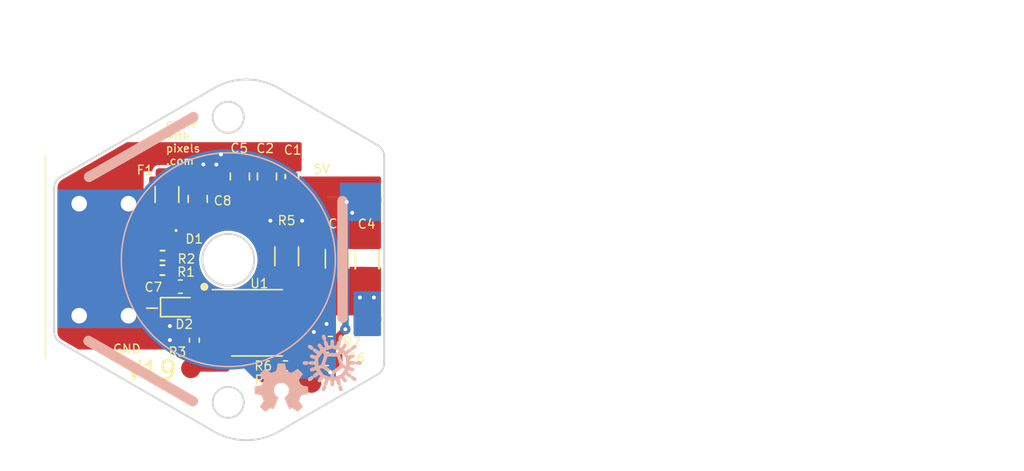
<source format=kicad_pcb>
(kicad_pcb (version 20211014) (generator pcbnew)
  (layers (0 "F.Cu" signal) (31 "B.Cu" signal) (34 "B.Paste" user) (35 "F.Paste" user) (36 "B.SilkS" user "B.Silkscreen") (37 "F.SilkS" user "F.Silkscreen") (38 "B.Mask" user) (39 "F.Mask" user) (44 "Edge.Cuts" user))
  (net 0 "")
  (net 1 "GND")
  (net 2 "VBUS")
  (net 3 "Net-(J8-PadA5)")
  (net 4 "Net-(J8-PadB5)")
  (net 5 "Net-(C3-Pad1)")
  (net 6 "+5V")
  (net 7 "Net-(C6-Pad2)")
  (net 8 "Net-(D2-Pad2)")
  (net 9 "Net-(R3-Pad1)")
  (net 10 "Net-(R3-Pad2)")
  (net 11 "GNDPWR")
  (footprint "Pixels-dice:USB-C-SMD_10P-P1.00-L6.8-W8.9_V1.1" (layer "F.Cu") (at 142.35 101.02 180)
    (fp_text reference "J8" hide)
    (fp_text value "USB_C_Receptacle_USB2.0")
    (pad "A5" smd rect locked (at -0.3 0 270) (size 0.7 1.6) (layers "F.Cu" "F.Paste" "F.Mask") (net 3 "Net-(J8-PadA5)"))
    (pad "A9" smd rect locked (at -0.3 -2.02 270) (size 0.8 1.6) (layers "F.Cu" "F.Paste" "F.Mask") (net 2 "VBUS"))
    (pad "A12" smd rect locked (at -0.3 -3.25 270) (size 0.9 1.6) (layers "F.Cu" "F.Paste" "F.Mask") (net 1 "GND"))
    (pad "B5" smd rect locked (at -0.3 -1 270) (size 0.7 1.6) (layers "F.Cu" "F.Paste" "F.Mask") (net 4 "Net-(J8-PadB5)"))
    (pad "B9" smd rect locked (at -0.3 1.02 270) (size 0.8 1.6) (layers "F.Cu" "F.Paste" "F.Mask") (net 2 "VBUS"))
    (pad "B12" smd rect locked (at -0.3 2.25 270) (size 0.9 1.6) (layers "F.Cu" "F.Paste" "F.Mask") (net 1 "GND"))
    (pad "S1" thru_hole circle locked (at 3.95 -4.82 180) (size 1.7 1.7) (drill 1.2) (layers *.Cu *.Mask) (net 1 "GND"))
    (pad "S1" thru_hole circle locked (at 3.95 3.82 180) (size 1.7 1.7) (drill 1.2) (layers *.Cu *.Mask) (net 1 "GND"))
    (pad "S1" thru_hole circle locked (at 0.15 3.82 180) (size 1.7 1.7) (drill 1.2) (layers *.Cu *.Mask) (net 1 "GND"))
    (pad "S1" thru_hole circle locked (at 0.15 -4.82 180) (size 1.7 1.7) (drill 1.2) (layers *.Cu *.Mask) (net 1 "GND"))
  )
  (footprint "Resistor_SMD:R_0402_1005Metric" (layer "F.Cu") (at 144.83 101.2 180)
    (fp_text reference "R2" (at -1.84 -0.26 unlocked) (layer "F.SilkS") (effects (font (size 0.7 0.7) (thickness 0.1))))
    (fp_text value "5.1k 1%")
    (pad "1" smd roundrect locked (at -0.51 0 180) (size 0.54 0.64) (layers "F.Cu" "F.Paste" "F.Mask") (net 1 "GND"))
    (pad "2" smd roundrect locked (at 0.51 0 180) (size 0.54 0.64) (layers "F.Cu" "F.Paste" "F.Mask") (net 3 "Net-(J8-PadA5)"))
  )
  (footprint "Capacitor_SMD:C_1206_3216Metric" (layer "F.Cu") (at 160.6 101.5 90)
    (fp_text reference "C4" (at 2.73 -0.04 180) (layer "F.SilkS") (effects (font (size 0.7 0.7) (thickness 0.1))))
    (fp_text value "56nF 50V C0G")
    (pad "1" smd roundrect (at -1.475 0 90) (size 1.15 1.8) (layers "F.Cu" "F.Paste" "F.Mask") (roundrect_rratio 0.2173913043) (net 5 "Net-(C3-Pad1)"))
    (pad "2" smd roundrect (at 1.475 0 90) (size 1.15 1.8) (layers "F.Cu" "F.Paste" "F.Mask") (roundrect_rratio 0.2173913043) (net 6 "+5V"))
  )
  (footprint "Capacitor_SMD:C_0603_1608Metric" (layer "F.Cu") (at 154.8 95.1 90)
    (fp_text reference "C1" (at 2.04 0.06 unlocked) (layer "F.SilkS") (effects (font (size 0.7 0.7) (thickness 0.1))))
    (fp_text value "0.1uF 16V 10% X7R")
    (pad "1" smd roundrect (at -0.775 0 90) (size 0.9 0.95) (layers "F.Cu" "F.Paste" "F.Mask") (net 6 "+5V"))
    (pad "2" smd roundrect (at 0.775 0 90) (size 0.9 0.95) (layers "F.Cu" "F.Paste" "F.Mask") (net 1 "GND"))
  )
  (footprint "Capacitor_SMD:C_0805_2012Metric" (layer "F.Cu") (at 152.88 95.1 90)
    (fp_text reference "C2" (at 2.17 -0.14) (layer "F.SilkS") (effects (font (size 0.7 0.7) (thickness 0.1))))
    (fp_text value "22uF 25V 20% X5R")
    (pad "1" smd roundrect (at -0.95 0 90) (size 1 1.45) (layers "F.Cu" "F.Paste" "F.Mask") (net 6 "+5V"))
    (pad "2" smd roundrect (at 0.95 0 90) (size 1 1.45) (layers "F.Cu" "F.Paste" "F.Mask") (net 1 "GND"))
  )
  (footprint "Resistor_SMD:R_0402_1005Metric" (layer "F.Cu") (at 154.3 110.71 180)
    (fp_text reference "R4" (at 1.69 -0.1) (layer "F.SilkS") (effects (font (size 0.7 0.7) (thickness 0.1))))
    (fp_text value "1M 1%")
    (pad "1" smd roundrect (at -0.51 0 180) (size 0.54 0.64) (layers "F.Cu" "F.Paste" "F.Mask") (net 7 "Net-(C6-Pad2)"))
    (pad "2" smd roundrect (at 0.51 0 180) (size 0.54 0.64) (layers "F.Cu" "F.Paste" "F.Mask") (net 8 "Net-(D2-Pad2)"))
  )
  (footprint "Resistor_SMD:R_1206_3216Metric" (layer "F.Cu") (at 154.4 101.26 -90)
    (fp_text reference "R5" (at -2.76 0.01 180) (layer "F.SilkS") (effects (font (size 0.7 0.7) (thickness 0.1))))
    (fp_text value "0.3R")
    (pad "1" smd roundrect (at -1.4625 0 270) (size 1.125 1.75) (layers "F.Cu" "F.Paste" "F.Mask") (roundrect_rratio 0.2222222222) (net 1 "GND"))
    (pad "2" smd roundrect (at 1.4625 0 270) (size 1.125 1.75) (layers "F.Cu" "F.Paste" "F.Mask") (roundrect_rratio 0.2222222222) (net 11 "GNDPWR"))
  )
  (footprint "Resistor_SMD:R_0402_1005Metric" (layer "F.Cu") (at 144.82 102.33 180)
    (fp_text reference "R1" (at -1.82 -0.14 unlocked) (layer "F.SilkS") (effects (font (size 0.7 0.7) (thickness 0.1))))
    (fp_text value "5.1k 1%")
    (pad "1" smd roundrect locked (at -0.51 0 180) (size 0.54 0.64) (layers "F.Cu" "F.Paste" "F.Mask") (net 1 "GND"))
    (pad "2" smd roundrect locked (at 0.51 0 180) (size 0.54 0.64) (layers "F.Cu" "F.Paste" "F.Mask") (net 4 "Net-(J8-PadB5)"))
  )
  (footprint "Resistor_SMD:R_0402_1005Metric" (layer "F.Cu") (at 147.28 107.73 90)
    (fp_text reference "R3" (at -0.91 -1.31 180) (layer "F.SilkS") (effects (font (size 0.7 0.7) (thickness 0.1))))
    (fp_text value "200K 1%")
    (pad "1" smd roundrect (at -0.51 0 90) (size 0.54 0.64) (layers "F.Cu" "F.Paste" "F.Mask") (net 9 "Net-(R3-Pad1)"))
    (pad "2" smd roundrect (at 0.51 0 90) (size 0.54 0.64) (layers "F.Cu" "F.Paste" "F.Mask") (net 10 "Net-(R3-Pad2)"))
  )
  (footprint "Pixels-dice:TEST_PIN1.5MM" (layer "F.Cu") (at 144.55 99.66)
    (fp_text reference "W2" hide)
    (fp_text value "VBUS" hide)
    (pad "1" smd circle (at 0 0) (size 1.5 1.5) (layers "F.Cu" "F.Paste" "F.Mask") (net 2 "VBUS"))
  )
  (footprint "Pixels-dice:DFN" (layer "F.Cu") (at 145.87 99.97 -90)
    (fp_text reference "D1" (at -0.05 -1.4 180) (layer "F.SilkS") (effects (font (size 0.7 0.7) (thickness 0.1))))
    (fp_text value "D_TVS")
    (pad "1" smd rect (at -0.325 0 270) (size 0.35 0.6) (layers "F.Cu" "F.Paste" "F.Mask") (net 2 "VBUS"))
    (pad "2" smd rect (at 0.325 0 270) (size 0.35 0.6) (layers "F.Cu" "F.Paste" "F.Mask") (net 1 "GND"))
  )
  (footprint "Pixels-dice:TEST_PIN1.5MM" (layer "F.Cu") (at 157.11 104.46)
    (fp_text reference "W6" hide)
    (fp_text value "OUT" hide)
    (pad "1" smd circle (at 0 0) (size 1.5 1.5) (layers "F.Cu" "F.Paste" "F.Mask") (net 5 "Net-(C3-Pad1)"))
  )
  (footprint "Pixels-dice:SOIC-8_3.9x4.9mm_P1.27mm" (layer "F.Cu") (at 152.11 106.39 -90)
    (fp_text reference "U1" (at -3.03 -0.18) (layer "F.SilkS") (effects (font (size 0.7 0.7) (thickness 0.1))))
    (fp_text value "XKT520")
    (pad "1" smd roundrect (at -1.905 2.475) (size 1.95 0.6) (layers "F.Cu" "F.Paste" "F.Mask") (net 6 "+5V"))
    (pad "2" smd roundrect (at -0.635 2.475) (size 1.95 0.6) (layers "F.Cu" "F.Paste" "F.Mask") (net 8 "Net-(D2-Pad2)"))
    (pad "3" smd roundrect (at 0.635 2.475) (size 1.95 0.6) (layers "F.Cu" "F.Paste" "F.Mask") (net 10 "Net-(R3-Pad2)"))
    (pad "4" smd roundrect (at 1.905 2.475) (size 1.95 0.6) (layers "F.Cu" "F.Paste" "F.Mask") (net 9 "Net-(R3-Pad1)"))
    (pad "5" smd roundrect (at 1.905 -2.475) (size 1.95 0.6) (layers "F.Cu" "F.Paste" "F.Mask") (net 7 "Net-(C6-Pad2)"))
    (pad "6" smd roundrect (at 0.635 -2.475) (size 1.95 0.6) (layers "F.Cu" "F.Paste" "F.Mask") (net 1 "GND"))
    (pad "7" smd roundrect (at -0.635 -2.475) (size 1.95 0.6) (layers "F.Cu" "F.Paste" "F.Mask") (net 5 "Net-(C3-Pad1)"))
    (pad "8" smd roundrect (at -1.905 -2.475) (size 1.95 0.6) (layers "F.Cu" "F.Paste" "F.Mask") (net 11 "GNDPWR"))
  )
  (footprint "LED_SMD:LED_0603_1608Metric" (layer "F.Cu") (at 146.16 105.18)
    (fp_text reference "D2" (at 0.34 1.32) (layer "F.SilkS") (effects (font (size 0.7 0.7) (thickness 0.1))))
    (fp_text value "LED")
    (pad "1" smd roundrect (at -0.7875 0) (size 0.875 0.95) (layers "F.Cu" "F.Paste" "F.Mask") (net 1 "GND"))
    (pad "2" smd roundrect (at 0.7875 0) (size 0.875 0.95) (layers "F.Cu" "F.Paste" "F.Mask") (net 8 "Net-(D2-Pad2)"))
  )
  (footprint "Pixels-dice:TEST_PIN1.5MM" (layer "F.Cu") (at 151.62 98.11)
    (fp_text reference "W7" hide)
    (fp_text value "PVSS" hide)
    (pad "1" smd circle (at 0 0) (size 1.5 1.5) (layers "F.Cu" "F.Paste" "F.Mask") (net 11 "GNDPWR"))
  )
  (footprint "Capacitor_SMD:C_0603_1608Metric" (layer "F.Cu") (at 157.47 109.18 180)
    (fp_text reference "C6" (at -2.29 0.07) (layer "F.SilkS") (effects (font (size 0.7 0.7) (thickness 0.1))))
    (fp_text value "0.1uF 16V 10% X7R")
    (pad "1" smd roundrect (at -0.775 0 180) (size 0.9 0.95) (layers "F.Cu" "F.Paste" "F.Mask") (net 1 "GND"))
    (pad "2" smd roundrect (at 0.775 0 180) (size 0.9 0.95) (layers "F.Cu" "F.Paste" "F.Mask") (net 7 "Net-(C6-Pad2)"))
  )
  (footprint "Resistor_SMD:R_0402_1005Metric" (layer "F.Cu") (at 157.77 107.82)
    (fp_text reference "R7" (at 1.65 0.06 180) (layer "F.SilkS") (effects (font (size 0.7 0.7) (thickness 0.1))))
    (fp_text value "180K 1%")
    (pad "1" smd roundrect (at -0.51 0) (size 0.54 0.64) (layers "F.Cu" "F.Paste" "F.Mask") (net 7 "Net-(C6-Pad2)"))
    (pad "2" smd roundrect (at 0.51 0) (size 0.54 0.64) (layers "F.Cu" "F.Paste" "F.Mask") (net 6 "+5V"))
  )
  (footprint "Pixels-dice:TEST_PIN1.5MM" (layer "F.Cu") (at 140.3 107.45)
    (fp_text reference "W5" hide)
    (fp_text value "GND" (at 1.78 0.97 unlocked) (layer "F.SilkS") (effects (font (size 0.7 0.7) (thickness 0.1))))
    (pad "1" smd circle (at 0 0) (size 1.5 1.5) (layers "F.Cu" "F.Paste" "F.Mask") (net 1 "GND"))
  )
  (footprint "Capacitor_SMD:C_0603_1608Metric" (layer "F.Cu") (at 146.2 103.6 180)
    (fp_text reference "C7" (at 2.08 -0.04) (layer "F.SilkS") (effects (font (size 0.7 0.7) (thickness 0.1))))
    (fp_text value "0.1uF 16V 10% X7R")
    (pad "1" smd roundrect (at -0.775 0 180) (size 0.9 0.95) (layers "F.Cu" "F.Paste" "F.Mask") (net 6 "+5V"))
    (pad "2" smd roundrect (at 0.775 0 180) (size 0.9 0.95) (layers "F.Cu" "F.Paste" "F.Mask") (net 1 "GND"))
  )
  (footprint "Fuse:Fuse_1206_3216Metric" (layer "F.Cu") (at 145.17 96.49 90)
    (fp_text reference "F1" (at 1.88 -1.7 180) (layer "F.SilkS") (effects (font (size 0.7 0.7) (thickness 0.1))))
    (fp_text value "250mA 150mR")
    (pad "1" smd roundrect (at -1.4 0 90) (size 1.25 1.75) (layers "F.Cu" "F.Paste" "F.Mask") (roundrect_rratio 0.2) (net 2 "VBUS"))
    (pad "2" smd roundrect (at 1.4 0 90) (size 1.25 1.75) (layers "F.Cu" "F.Paste" "F.Mask") (roundrect_rratio 0.2) (net 6 "+5V"))
  )
  (footprint "Pixels-dice:TEST_PIN1.5MM" (layer "F.Cu") (at 156.95 96.22)
    (fp_text reference "W1" hide)
    (fp_text value "5V" (at 0.14 -1.69 unlocked) (layer "F.SilkS") (effects (font (size 0.7 0.7) (thickness 0.1))))
    (pad "1" smd circle (at 0 0) (size 1.5 1.5) (layers "F.Cu" "F.Paste" "F.Mask") (net 6 "+5V"))
  )
  (footprint "Pixels-dice:TEST_PIN1.5MM" (layer "F.Cu") (at 156.31 111.04)
    (fp_text reference "W4" hide)
    (fp_text value "FB" hide)
    (pad "1" smd circle (at 0 0) (size 1.5 1.5) (layers "F.Cu" "F.Paste" "F.Mask") (net 7 "Net-(C6-Pad2)"))
  )
  (footprint "Pixels-dice:TEST_PIN1.5MM" (layer "F.Cu") (at 147.01 109.91)
    (fp_text reference "W3" hide)
    (fp_text value "LED")
    (pad "1" smd circle (at 0 0) (size 1.5 1.5) (layers "F.Cu" "F.Paste" "F.Mask") (net 8 "Net-(D2-Pad2)"))
  )
  (footprint "Resistor_SMD:R_0402_1005Metric" (layer "F.Cu") (at 154.3 109.71 180)
    (fp_text reference "R6" (at 1.71 -0.01) (layer "F.SilkS") (effects (font (size 0.7 0.7) (thickness 0.1))))
    (fp_text value "1.5k 1%")
    (pad "1" smd roundrect (at -0.51 0 180) (size 0.54 0.64) (layers "F.Cu" "F.Paste" "F.Mask") (net 7 "Net-(C6-Pad2)"))
    (pad "2" smd roundrect (at 0.51 0 180) (size 0.54 0.64) (layers "F.Cu" "F.Paste" "F.Mask") (net 11 "GNDPWR"))
  )
  (footprint "Capacitor_SMD:C_0805_2012Metric" (layer "F.Cu") (at 147.54 96.83 -90)
    (fp_text reference "C8" (at 0.14 -1.92 180) (layer "F.SilkS") (effects (font (size 0.7 0.7) (thickness 0.1))))
    (fp_text value "10uF 50V 10% X5R")
    (pad "1" smd roundrect (at -0.95 0 270) (size 1 1.45) (layers "F.Cu" "F.Paste" "F.Mask") (net 6 "+5V"))
    (pad "2" smd roundrect (at 0.95 0 270) (size 1 1.45) (layers "F.Cu" "F.Paste" "F.Mask") (net 2 "VBUS"))
  )
  (footprint "Capacitor_SMD:C_0805_2012Metric" (layer "F.Cu") (at 150.79 95.1 90)
    (fp_text reference "C5" (at 2.18 -0.05 180) (layer "F.SilkS") (effects (font (size 0.7 0.7) (thickness 0.1))))
    (fp_text value "22uF 25V 20% X5R")
    (pad "1" smd roundrect (at -0.95 0 90) (size 1 1.45) (layers "F.Cu" "F.Paste" "F.Mask") (net 6 "+5V"))
    (pad "2" smd roundrect (at 0.95 0 90) (size 1 1.45) (layers "F.Cu" "F.Paste" "F.Mask") (net 1 "GND"))
  )
  (footprint "Capacitor_SMD:C_1206_3216Metric" (layer "F.Cu") (at 158.29 101.45 90)
    (fp_text reference "C3" (at 2.7 0 180) (layer "F.SilkS") (effects (font (size 0.7 0.7) (thickness 0.1))))
    (fp_text value "100nF 50V COG")
    (pad "1" smd roundrect (at -1.475 0 90) (size 1.15 1.8) (layers "F.Cu" "F.Paste" "F.Mask") (roundrect_rratio 0.2173913043) (net 5 "Net-(C3-Pad1)"))
    (pad "2" smd roundrect (at 1.475 0 90) (size 1.15 1.8) (layers "F.Cu" "F.Paste" "F.Mask") (roundrect_rratio 0.2173913043) (net 6 "+5V"))
  )
  (footprint "Pixels-dice:TestPoint_Pad_D2.0mm_V1.1" (layer "B.Cu") (at 160.7 96.9 180)
    (fp_text reference "J6" hide)
    (fp_text value "Coil B")
    (pad "1" smd circle locked (at 0 0 180) (size 2 2) (layers "B.Cu" "B.Mask") (net 6 "+5V"))
  )
  (footprint "Pixels-dice:TestPoint_Pad_D2.0mm_V1.1" (layer "B.Cu") (at 160.7 106.1 180)
    (fp_text reference "J9" hide)
    (fp_text value "Coil A")
    (pad "1" smd circle locked (at 0 0 180) (size 2 2) (layers "B.Cu" "B.Mask") (net 5 "Net-(C3-Pad1)"))
  )
  (footprint "LOGO" (layer "B.Cu") (at 157.91 109.49 180)
    (fp_text reference "G***" hide)
    (fp_text value "LOGO" hide)
  )
  (footprint "LOGO" (layer "B.Cu") (at 154 111.42 180)
    (fp_text reference "G***" hide)
    (fp_text value "LOGO" hide)
  )
  (footprint "Pixels-dice:TX Coil" (layer "B.Cu") (at 149.9 101.5 90)
    (fp_text reference "J1" hide)
    (fp_text value "TX_Coil")
  )
  (gr_line (start 139.12 107.79) (end 147.165 112.45) (layer "B.SilkS") (width 0.8))
  (gr_line (start 158.7 97) (end 158.7 106) (layer "B.SilkS") (width 0.8))
  (gr_line (start 139.16 95.13) (end 147.21 90.51) (layer "B.SilkS") (width 0.8))
  (gr_circle (center 149.9 101.52) (end 158.15 101.52) (layer "B.SilkS") (width 0.12) (fill none))
  (gr_circle (center 148.05 103.61) (end 148.3 103.61) (layer "F.SilkS") (width 0.12) (fill solid))
  (gr_line (start 143.595 105.26) (end 144.445 105.26) (layer "F.SilkS") (width 0.12))
  (gr_circle (center 149.892726 90.53) (end 151.092726 90.53) (layer "Edge.Cuts") (width 0.15) (fill none))
  (gr_line (start 136.971498 95.12033) (end 148.786031 88.284754) (layer "Edge.Cuts") (width 0.15))
  (gr_circle (center 149.892726 101.53) (end 151.892726 101.53) (layer "Edge.Cuts") (width 0.15) (fill none))
  (gr_line (start 153.790162 114.777446) (end 161.389318 110.389693) (layer "Edge.Cuts") (width 0.15))
  (gr_arc (start 136.971498 107.939671) (mid 136.606038 107.573707) (end 136.472292 107.074104) (layer "Edge.Cuts") (width 0.15))
  (gr_arc (start 161.389318 92.670307) (mid 161.773595 93.054606) (end 161.914249 93.579554) (layer "Edge.Cuts") (width 0.15))
  (gr_arc (start 136.472292 95.985901) (mid 136.606037 95.486296) (end 136.971498 95.12033) (layer "Edge.Cuts") (width 0.15))
  (gr_line (start 161.914249 93.579554) (end 161.914249 109.480446) (layer "Edge.Cuts") (width 0.15))
  (gr_circle (center 149.892726 112.53) (end 151.092726 112.53) (layer "Edge.Cuts") (width 0.15) (fill none))
  (gr_line (start 148.786031 114.775246) (end 136.971498 107.939671) (layer "Edge.Cuts") (width 0.15))
  (gr_arc (start 153.790162 114.777446) (mid 151.287802 115.447412) (end 148.786031 114.775246) (layer "Edge.Cuts") (width 0.15))
  (gr_line (start 161.389318 92.670307) (end 153.790162 88.282554) (layer "Edge.Cuts") (width 0.15))
  (gr_arc (start 148.786031 88.284754) (mid 151.287802 87.612588) (end 153.790162 88.282554) (layer "Edge.Cuts") (width 0.15))
  (gr_arc (start 161.914249 109.480446) (mid 161.773595 110.005394) (end 161.389318 110.389693) (layer "Edge.Cuts") (width 0.15))
  (gr_line (start 136.472292 107.074104) (end 136.472292 95.985896) (layer "Edge.Cuts") (width 0.15))
  (gr_text "game\nwith\npixels\n.com" (at 145.03 92.45) (layer "F.SilkS") (effects (font (size 0.6 0.6) (thickness 0.1)) (justify left)))
  (gr_text "V19" (at 143.97 110.05) (layer "F.SilkS") (effects (font (size 1.4 1.4) (thickness 0.2))))
  (segment (start 154.625 94.15) (end 154.8 94.325) (width 0.5) (layer "F.Cu") (net 1))
  (segment (start 156.85 107.1) (end 157.47 106.48) (width 0.5) (layer "F.Cu") (net 1))
  (segment (start 144.755 104.27) (end 145.425 103.6) (width 0.5) (layer "F.Cu") (net 1))
  (segment (start 142.2 97.2) (end 138.4 97.2) (width 0.5) (layer "F.Cu") (net 1))
  (segment (start 154.17 94.15) (end 154.625 94.15) (width 0.5) (layer "F.Cu") (net 1))
  (segment (start 155.58 98.5) (end 155.59 98.51) (width 0.5) (layer "F.Cu") (net 1))
  (segment (start 142.35 104.27) (end 142.35 105.69) (width 0.5) (layer "F.Cu") (net 1))
  (segment (start 149.33 93.4) (end 149.33 93.86) (width 0.4) (layer "F.Cu") (net 1))
  (segment (start 154.585 107.025) (end 156.415 107.025) (width 0.5) (layer "F.Cu") (net 1))
  (segment (start 138.4 97.2) (end 138.4 105.84) (width 0.5) (layer "F.Cu") (net 1))
  (segment (start 158.245 109.18) (end 158.245 109.725) (width 0.4) (layer "F.Cu") (net 1))
  (segment (start 142.35 98.77) (end 142.35 97.35) (width 0.5) (layer "F.Cu") (net 1))
  (segment (start 154.4 99.7975) (end 154.4 98.66) (width 0.5) (layer "F.Cu") (net 1))
  (segment (start 138.4 105.84) (end 140.49 105.84) (width 0.5) (layer "F.Cu") (net 1))
  (segment (start 149.02 94.17) (end 147.98 94.17) (width 0.4) (layer "F.Cu") (net 1))
  (segment (start 144.755 104.27) (end 144.755 104.3725) (width 0.5) (layer "F.Cu") (net 1))
  (segment (start 152.88 94.15) (end 153.72 94.15) (width 0.5) (layer "F.Cu") (net 1))
  (segment (start 149.01 94.15) (end 148.98 94.18) (width 0.5) (layer "F.Cu") (net 1))
  (segment (start 144.755 104.3725) (end 145.3825 105) (width 0.5) (layer "F.Cu") (net 1))
  (segment (start 153.14 98.51) (end 155.59 98.51) (width 0.5) (layer "F.Cu") (net 1))
  (segment (start 153.72 94.15) (end 154.17 94.15) (width 0.5) (layer "F.Cu") (net 1))
  (segment (start 150.79 94.15) (end 149.01 94.15) (width 0.5) (layer "F.Cu") (net 1))
  (segment (start 142.35 104.27) (end 144.755 104.27) (width 0.5) (layer "F.Cu") (net 1))
  (segment (start 140.49 105.84) (end 142.2 105.84) (width 0.5) (layer "F.Cu") (net 1))
  (segment (start 140.3 107.45) (end 140.3 106.03) (width 0.5) (layer "F.Cu") (net 1))
  (segment (start 150.79 94.15) (end 152.88 94.15) (width 0.5) (layer "F.Cu") (net 1))
  (segment (start 156.49 107.1) (end 156.85 107.1) (width 0.5) (layer "F.Cu") (net 1))
  (segment (start 149.33 93.86) (end 149.02 94.17) (width 0.4) (layer "F.Cu") (net 1))
  (segment (start 158.245 109.725) (end 157.75 110.22) (width 0.4) (layer "F.Cu") (net 1))
  (segment (start 156.415 107.025) (end 156.49 107.1) (width 0.5) (layer "F.Cu") (net 1))
  (via (at 157.47 106.48) (size 0.8) (drill 0.3) (layers "F.Cu" "B.Cu") (net 1))
  (via (at 145.39 107.72) (size 0.8) (drill 0.3) (layers "F.Cu" "B.Cu") (net 1))
  (via (at 153.14 98.51) (size 0.8) (drill 0.3) (layers "F.Cu" "B.Cu") (net 1))
  (via (at 156.49 107.1) (size 0.8) (drill 0.3) (layers "F.Cu" "B.Cu") (net 1))
  (via (at 155.59 98.51) (size 0.8) (drill 0.3) (layers "F.Cu" "B.Cu") (net 1))
  (via (at 148.98 94.18) (size 0.8) (drill 0.3) (layers "F.Cu" "B.Cu") (net 1))
  (via (at 149.33 93.4) (size 0.8) (drill 0.3) (layers "F.Cu" "B.Cu") (net 1))
  (via (at 157.75 110.22) (size 0.8) (drill 0.3) (layers "F.Cu" "B.Cu") (net 1))
  (via (at 147.98 94.17) (size 0.8) (drill 0.3) (layers "F.Cu" "B.Cu") (net 1))
  (via (at 145.39 106.64) (size 0.8) (drill 0.3) (layers "F.Cu" "B.Cu") (net 1))
  (segment (start 145.87 99.645) (end 144.565 99.645) (width 0.4) (layer "F.Cu") (net 2))
  (segment (start 145.17 97.89) (end 147.43 97.89) (width 0.4) (layer "F.Cu") (net 2))
  (segment (start 142.65 100) (end 144.21 100) (width 0.8) (layer "F.Cu") (net 2))
  (segment (start 140.27 100.41) (end 140.68 100) (width 0.8) (layer "F.Cu") (net 2))
  (segment (start 140.27 102.65) (end 140.27 100.41) (width 0.8) (layer "F.Cu") (net 2))
  (segment (start 142.65 103.04) (end 140.66 103.04) (width 0.8) (layer "F.Cu") (net 2))
  (segment (start 145.02 98.33) (end 145 98.31) (width 0.4) (layer "F.Cu") (net 2))
  (segment (start 144.55 99.66) (end 144.55 98.51) (width 0.4) (layer "F.Cu") (net 2))
  (segment (start 147.43 97.89) (end 147.54 97.78) (width 0.4) (layer "F.Cu") (net 2))
  (segment (start 140.68 100) (end 142.65 100) (width 0.8) (layer "F.Cu") (net 2))
  (segment (start 140.66 103.04) (end 140.27 102.65) (width 0.8) (layer "F.Cu") (net 2))
  (segment (start 144.55 98.51) (end 145.17 97.89) (width 0.4) (layer "F.Cu") (net 2))
  (segment (start 144.565 99.645) (end 144.55 99.66) (width 0.4) (layer "F.Cu") (net 2))
  (segment (start 144.21 100) (end 144.55 99.66) (width 0.4) (layer "F.Cu") (net 2))
  (segment (start 144.14 101.02) (end 144.32 101.2) (width 0.25) (layer "F.Cu") (net 3))
  (segment (start 142.35 101.02) (end 144.14 101.02) (width 0.25) (layer "F.Cu") (net 3))
  (segment (start 142.65 102.02) (end 144 102.02) (width 0.25) (layer "F.Cu") (net 4))
  (segment (start 144 102.02) (end 144.31 102.33) (width 0.25) (layer "F.Cu") (net 4))
  (segment (start 158.4 102.975) (end 160.6 102.975) (width 0.5) (layer "F.Cu") (net 5))
  (segment (start 155.815 105.755) (end 157.11 104.46) (width 0.5) (layer "F.Cu") (net 5))
  (segment (start 160.6 102.975) (end 160.6 106) (width 0.5) (layer "F.Cu") (net 5))
  (segment (start 157.11 104.265) (end 158.4 102.975) (width 0.5) (layer "F.Cu") (net 5))
  (segment (start 158.4 103.23) (end 158.4 102.975) (width 0.5) (layer "F.Cu") (net 5))
  (segment (start 154.585 105.755) (end 155.815 105.755) (width 0.5) (layer "F.Cu") (net 5))
  (via (at 160.04 104.44) (size 0.8) (drill 0.3) (layers "F.Cu" "B.Cu") (net 5))
  (via (at 161.12 104.44) (size 0.8) (drill 0.3) (layers "F.Cu" "B.Cu") (net 5))
  (segment (start 146.975 103.6) (end 147.78 103.6) (width 0.5) (layer "F.Cu") (net 6))
  (segment (start 147.54 95.88) (end 145.96 95.88) (width 0.5) (layer "F.Cu") (net 6))
  (segment (start 156.95 96.22) (end 160.02 96.22) (width 0.5) (layer "F.Cu") (net 6))
  (segment (start 160.7 96.9) (end 160.7 99.925) (width 0.5) (layer "F.Cu") (net 6))
  (segment (start 160.02 96.22) (end 160.7 96.9) (width 0.5) (layer "F.Cu") (net 6))
  (segment (start 154.8 95.875) (end 156.605 95.875) (width 0.5) (layer "F.Cu") (net 6))
  (segment (start 147.54 95.88) (end 154.795 95.88) (width 0.5) (layer "F.Cu") (net 6))
  (segment (start 154.795 95.88) (end 154.8 95.875) (width 0.5) (layer "F.Cu") (net 6))
  (segment (start 148.665 104.485) (end 149.635 104.485) (width 0.5) (layer "F.Cu") (net 6))
  (segment (start 158.92 106.89) (end 158.28 107.53) (width 0.5) (layer "F.Cu") (net 6))
  (segment (start 156.605 95.875) (end 156.95 96.22) (width 0.5) (layer "F.Cu") (net 6))
  (segment (start 145.96 95.88) (end 145.17 95.09) (width 0.5) (layer "F.Cu") (net 6))
  (segment (start 147.78 103.6) (end 148.665 104.485) (width 0.5) (layer "F.Cu") (net 6))
  (segment (start 158.4 100.025) (end 160.6 100.025) (width 0.5) (layer "F.Cu") (net 6))
  (segment (start 158.28 107.53) (end 158.28 107.82) (width 0.5) (layer "F.Cu") (net 6))
  (segment (start 160.7 99.925) (end 160.6 100.025) (width 0.5) (layer "F.Cu") (net 6))
  (via (at 159.03 97.07) (size 0.8) (drill 0.3) (layers "F.Cu" "B.Cu") (net 6))
  (via (at 159.45 97.9) (size 0.8) (drill 0.3) (layers "F.Cu" "B.Cu") (net 6))
  (via (at 158.92 106.89) (size 0.8) (drill 0.3) (layers "F.Cu" "B.Cu") (net 6))
  (segment (start 158.97 97.07) (end 158.95 97.05) (width 0.25) (layer "B.Cu") (net 6))
  (segment (start 158.93 98.42) (end 159.45 97.9) (width 0.5) (layer "B.Cu") (net 6))
  (segment (start 158.93 106.88) (end 158.93 98.42) (width 0.5) (layer "B.Cu") (net 6))
  (segment (start 160.37 97.23) (end 160.7 96.9) (width 0.25) (layer "B.Cu") (net 6))
  (segment (start 159.03 97.07) (end 158.97 97.07) (width 0.25) (layer "B.Cu") (net 6))
  (segment (start 158.92 106.89) (end 158.93 106.88) (width 0.5) (layer "B.Cu") (net 6))
  (segment (start 154.585 108.295) (end 155.81 108.295) (width 0.25) (layer "F.Cu") (net 7))
  (segment (start 154.585 108.295) (end 154.585 109.485) (width 0.25) (layer "F.Cu") (net 7))
  (segment (start 156.24 110.46) (end 156.24 109.635) (width 0.25) (layer "F.Cu") (net 7))
  (segment (start 157.26 108.615) (end 156.695 109.18) (width 0.25) (layer "F.Cu") (net 7))
  (segment (start 155.81 108.295) (end 156.695 109.18) (width 0.25) (layer "F.Cu") (net 7))
  (segment (start 156.24 109.635) (end 156.695 109.18) (width 0.25) (layer "F.Cu") (net 7))
  (segment (start 157.26 107.82) (end 157.26 108.615) (width 0.25) (layer "F.Cu") (net 7))
  (segment (start 154.585 109.485) (end 154.81 109.71) (width 0.25) (layer "F.Cu") (net 7))
  (segment (start 154.81 110.71) (end 154.81 109.71) (width 0.25) (layer "F.Cu") (net 7))
  (segment (start 151.02 105.86) (end 151.26 106.1) (width 0.5) (layer "F.Cu") (net 8))
  (segment (start 150.19 109.46) (end 149.74 109.91) (width 0.5) (layer "F.Cu") (net 8))
  (segment (start 152.51 110.71) (end 153.79 110.71) (width 0.5) (layer "F.Cu") (net 8))
  (segment (start 150.19 109.46) (end 151.26 109.46) (width 0.5) (layer "F.Cu") (net 8))
  (segment (start 151.26 109.46) (end 152.51 110.71) (width 0.5) (layer "F.Cu") (net 8))
  (segment (start 151.02 105.86) (end 147.6275 105.86) (width 0.5) (layer "F.Cu") (net 8))
  (segment (start 147.6275 105.86) (end 146.9475 105.18) (width 0.5) (layer "F.Cu") (net 8))
  (segment (start 149.74 109.91) (end 147.01 109.91) (width 0.5) (layer "F.Cu") (net 8))
  (segment (start 151.26 106.1) (end 151.26 109.46) (width 0.5) (layer "F.Cu") (net 8))
  (segment (start 149.635 108.295) (end 147.335 108.295) (width 0.25) (layer "F.Cu") (net 9))
  (segment (start 147.335 108.295) (end 147.28 108.24) (width 0.25) (layer "F.Cu") (net 9))
  (segment (start 147.475 107.025) (end 147.28 107.22) (width 0.25) (layer "F.Cu") (net 10))
  (segment (start 149.635 107.025) (end 147.475 107.025) (width 0.25) (layer "F.Cu") (net 10))
  (segment (start 152.58 104.13) (end 152.58 104.47) (width 0.5) (layer "F.Cu") (net 11))
  (segment (start 153.39 109.71) (end 153.79 109.71) (width 0.5) (layer "F.Cu") (net 11))
  (segment (start 152.58 100.24) (end 152.58 102.77) (width 0.5) (layer "F.Cu") (net 11))
  (segment (start 152.58 102.77) (end 152.58 104.13) (width 0.5) (layer "F.Cu") (net 11))
  (segment (start 154.3525 102.77) (end 154.4 102.7225) (width 0.5) (layer "F.Cu") (net 11))
  (segment (start 152.58 104.13) (end 152.58 108.9) (width 0.5) (layer "F.Cu") (net 11))
  (segment (start 151.62 99.28) (end 151.62 98.11) (width 0.5) (layer "F.Cu") (net 11))
  (segment (start 154.4 102.7225) (end 154.4 104.3) (width 0.5) (layer "F.Cu") (net 11))
  (segment (start 152.58 100.24) (end 151.62 99.28) (width 0.5) (layer "F.Cu") (net 11))
  (segment (start 152.58 108.9) (end 153.39 109.71) (width 0.5) (layer "F.Cu") (net 11))
  (segment (start 152.58 102.77) (end 154.3525 102.77) (width 0.5) (layer "F.Cu") (net 11))
  (segment (start 154.4 104.3) (end 154.585 104.485) (width 0.5) (layer "F.Cu") (net 11))
  (zone (net 2) (net_name "VBUS") (layer "F.Cu") (connect_pads yes (clearance 0.25)) (min_thickness 0.254) (fill yes (thermal_gap 0.508) (thermal_bridge_width 0.508))
    (polygon (pts (xy 148.09 98.68) (xy 143.81 98.68) (xy 143.81 97.79) (xy 148.09 97.79)))
  )
  (zone (net 1) (net_name "GND") (layer "F.Cu") (connect_pads yes (clearance 0.25)) (min_thickness 0.254) (fill yes (thermal_gap 0.508) (thermal_bridge_width 0.508))
    (polygon (pts (xy 143.37 105) (xy 135.99 105) (xy 135.99 94.41) (xy 143.37 94.41)))
  )
  (zone (net 1) (net_name "GND") (layer "F.Cu") (connect_pads yes (clearance 0.25)) (min_thickness 0.254) (fill yes (thermal_gap 0.508) (thermal_bridge_width 0.508))
    (polygon (pts (xy 155.55 94.7) (xy 136.23 94.7) (xy 136.23 92.45) (xy 155.55 92.45)))
  )
  (zone (net 11) (net_name "GNDPWR") (layer "F.Cu") (connect_pads yes (clearance 0.25)) (min_thickness 0.254) (fill yes (thermal_gap 0.508) (thermal_bridge_width 0.508))
    (polygon (pts (xy 155.87 104.79) (xy 152.34 104.79) (xy 152.34 101.12) (xy 155.87 101.12)))
  )
  (zone (net 1) (net_name "GND") (layer "F.Cu") (connect_pads yes (clearance 0.25)) (min_thickness 0.254) (fill yes (thermal_gap 0.508) (thermal_bridge_width 0.508))
    (polygon (pts (xy 145.98 108.45) (xy 136.18 108.45) (xy 136.18 103.78) (xy 145.98 103.78)))
  )
  (zone (net 5) (net_name "Net-(C3-Pad1)") (layer "F.Cu") (connect_pads yes (clearance 0.25)) (min_thickness 0.254) (fill yes (thermal_gap 0.508) (thermal_bridge_width 0.508))
    (polygon (pts (xy 162.07 107.41) (xy 159.56999 107.409053) (xy 159.554935 105.819136) (xy 156.53 105.81) (xy 156.549518 102.039665) (xy 162.07 102.09)))
  )
  (zone (net 7) (net_name "Net-(C6-Pad2)") (layer "F.Cu") (connect_pads yes (clearance 0.25)) (min_thickness 0.254) (fill yes (thermal_gap 0.508) (thermal_bridge_width 0.508))
    (polygon (pts (xy 157.56 108.42) (xy 157.38 108.42) (xy 157.39 109.57) (xy 156.82 109.58) (xy 156.82 111.17) (xy 154.52 111.17) (xy 154.52 108.85) (xy 153.41 108.84) (xy 153.4 107.81) (xy 157.56 107.8)))
  )
  (zone (net 2) (net_name "VBUS") (layer "F.Cu") (connect_pads yes (clearance 0.25)) (min_thickness 0.254) (fill yes (thermal_gap 0.508) (thermal_bridge_width 0.508))
    (polygon (pts (xy 146.11 99.82) (xy 145.8 99.82) (xy 144.798779 99.819023) (xy 144.398779 100.319023) (xy 143.8 100.32) (xy 143.8 99.6) (xy 143.8 97.8) (xy 146.11 97.79)))
  )
  (zone (net 1) (net_name "GND") (layer "F.Cu") (connect_pads yes (clearance 0.25)) (min_thickness 0.254) (fill yes (thermal_gap 0.508) (thermal_bridge_width 0.508))
    (polygon (pts (xy 145.97 108.19) (xy 144.94 108.19) (xy 144.94 100.51) (xy 145.97 100.51)))
  )
  (zone (net 6) (net_name "+5V") (layer "F.Cu") (connect_pads yes (clearance 0.25)) (min_thickness 0.254) (fill yes (thermal_gap 0.508) (thermal_bridge_width 0.508))
    (polygon (pts (xy 150.72 104.83) (xy 147.95 104.83) (xy 147.95 104.1) (xy 146.51 104.1) (xy 146.5 99.09) (xy 148.66 99.09) (xy 148.65 96.64) (xy 150.708892 96.660117)))
  )
  (zone (net 1) (net_name "GND") (layer "F.Cu") (connect_pads yes (clearance 0.25)) (min_thickness 0.254) (fill yes (thermal_gap 0.508) (thermal_bridge_width 0.508))
    (polygon (pts (xy 146.18 100.67) (xy 145.36 100.67) (xy 145.36 100.21) (xy 146.18 100.21)))
  )
  (zone (net 6) (net_name "+5V") (layer "F.Cu") (connect_pads yes (clearance 0.25)) (min_thickness 0.254) (fill yes (thermal_gap 0.508) (thermal_bridge_width 0.508))
    (polygon (pts (xy 161.96 100.7) (xy 156.8 100.7) (xy 156.8 96.68) (xy 161.96 96.68)))
  )
  (zone (net 6) (net_name "+5V") (layer "F.Cu") (connect_pads yes (clearance 0.25)) (min_thickness 0.254) (fill yes (thermal_gap 0.508) (thermal_bridge_width 0.508))
    (polygon (pts (xy 161.95 96.68) (xy 143.8 96.68) (xy 143.8 95.1) (xy 161.95 95.1)))
  )
  (zone (net 5) (net_name "Net-(C3-Pad1)") (layer "F.Cu") (connect_pads yes (clearance 0.25)) (min_thickness 0.254) (fill yes (thermal_gap 0.508) (thermal_bridge_width 0.508))
    (polygon (pts (xy 156.86 106.21) (xy 153.44 106.21) (xy 153.44 105.16) (xy 156.86 105.16)))
  )
  (zone (net 1) (net_name "GND") (layer "F.Cu") (connect_pads yes (clearance 0.25)) (min_thickness 0.254) (fill yes (thermal_gap 0.508) (thermal_bridge_width 0.508))
    (polygon (pts (xy 156.1 100.67) (xy 152.7 100.67) (xy 152.7 98.01) (xy 156.1 98.01)))
  )
  (zone (net 5) (net_name "Net-(C3-Pad1)") (layer "B.Cu") (connect_pads yes (clearance 0.25)) (min_thickness 0.254) (fill yes (thermal_gap 0.508) (thermal_bridge_width 0.508))
    (polygon (pts (xy 161.93 107.41) (xy 159.55 107.41) (xy 159.55 103.96) (xy 161.93 103.96)))
  )
  (zone (net 1) (net_name "GND") (layer "B.Cu") (connect_pads yes (clearance 0.25)) (min_thickness 0.254) (fill yes (thermal_gap 0.508) (thermal_bridge_width 0.508))
    (polygon (pts (xy 158.2 110.7) (xy 156.3 110.7) (xy 151.9 110.7) (xy 150.9 109.7) (xy 150.9 102.8) (xy 158.2 102.8)))
  )
  (zone (net 6) (net_name "+5V") (layer "B.Cu") (connect_pads yes (clearance 0.25)) (min_thickness 0.254) (fill yes (thermal_gap 0.508) (thermal_bridge_width 0.508))
    (polygon (pts (xy 161.92 98.54) (xy 158.5 98.54) (xy 158.5 95.58) (xy 161.92 95.58)))
  )
  (zone (net 1) (net_name "GND") (layer "B.Cu") (connect_pads yes (clearance 0.25)) (min_thickness 0.254) (fill yes (thermal_gap 0.508) (thermal_bridge_width 0.508))
    (polygon (pts (xy 158.404958 101.5) (xy 158.385263 100.921533) (xy 158.326269 100.345745) (xy 158.228249 99.775303) (xy 158.091657 99.212848) (xy 157.917126 98.660987) (xy 157.705465 98.122274) (xy 157.457652 97.599205) (xy 157.174837 97.094202) (xy 156.858329 96.609604) (xy 156.509594 96.147657) (xy 156.130247 95.710498) (xy 155.722044 95.300152) (xy 155.286878 94.918522) (xy 154.826762 94.567372) (xy 154.343828 94.248331) (xy 153.840313 93.962876) (xy 153.318549 93.712328) (xy 152.780952 93.497849) (xy 152.230012 93.320431) (xy 151.66828 93.180896) (xy 151.098359 93.07989) (xy 150.522888 93.017882) (xy 149.944532 92.995159) (xy 149.365969 93.011825) (xy 148.78988 93.067803) (xy 148.218933 93.162835) (xy 147.655771 93.29648) (xy 147.103003 93.468119) (xy 146.563189 93.676957) (xy 146.03883 93.922027) (xy 145.532353 94.202194) (xy 145.046105 94.51616) (xy 144.582337 94.862472) (xy 144.143198 95.239525) (xy 143.730721 95.645573) (xy 143.346817 96.078736) (xy 142.993264 96.537007) (xy 142.671698 97.018263) (xy 142.38361 97.520277) (xy 142.130334 98.040722) (xy 141.913043 98.577189) (xy 141.732743 99.127192) (xy 141.590268 99.688186) (xy 141.48628 100.25757) (xy 141.42126 100.832709) (xy 141.395508 101.410938) (xy 141.409145 101.98958) (xy 141.462106 102.565954) (xy 141.554147 103.137391) (xy 141.684841 103.701245) (xy 141.853584 104.254904) (xy 142.059593 104.795804) (xy 142.301914 105.321439) (xy 142.579425 105.829376) (xy 142.890841 106.317261) (xy 143.23472 106.782836) (xy 143.609469 107.223943) (xy 144.013351 107.63854) (xy 144.444498 108.024707) (xy 144.900911 108.380656) (xy 145.380477 108.704736) (xy 145.880976 108.995449) (xy 146.400088 109.251447) (xy 146.935409 109.471544) (xy 147.484461 109.654722) (xy 148.044701 109.800131) (xy 148.613533 109.907099) (xy 149.188323 109.97513) (xy 149.76641 110.003909) (xy 150.345115 109.993302) (xy 150.921759 109.943359) (xy 151.49367 109.854312) (xy 152.058201 109.726572) (xy 152.612736 109.560731) (xy 153.154707 109.357557) (xy 153.681604 109.117991) (xy 154.190986 108.843143) (xy 154.680496 108.534286) (xy 155.147864 108.192849) (xy 155.590928 107.820416) (xy 156.007634 107.418709) (xy 156.396053 106.989591) (xy 156.754386 106.535047) (xy 157.080974 106.057184) (xy 157.374303 105.558215) (xy 157.633015 105.040451) (xy 157.855912 104.506289) (xy 158.041962 103.958203) (xy 158.190303 103.398733) (xy 158.300248 102.830469) (xy 158.371287 102.256042) (xy 158.403093 101.678114)))
  )
  (zone (net 1) (net_name "GND") (layer "B.Cu") (connect_pads yes (clearance 0.25)) (min_thickness 0.254) (fill yes (thermal_gap 0.508) (thermal_bridge_width 0.508))
    (polygon (pts (xy 143.7 106.8) (xy 136 106.8) (xy 136 96.1) (xy 143.7 96.1)))
  )
)
</source>
